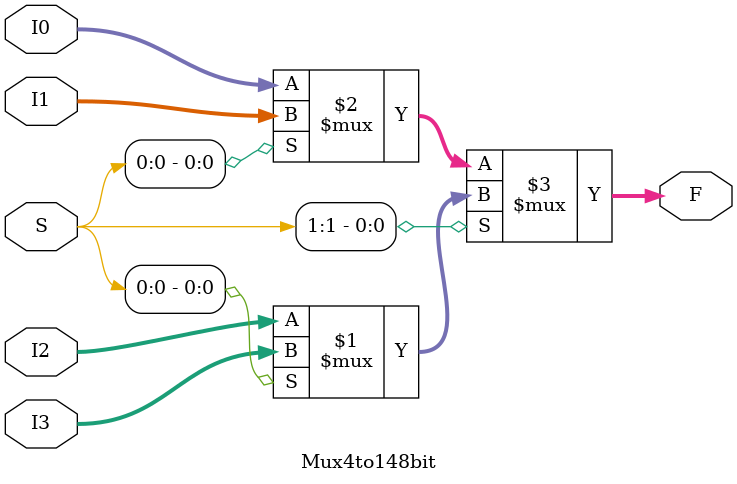
<source format=v>
module ControlUnitIF(ControlWord);

output [46:0] ControlWord;

assign ControlWord = {2'b01,3'b000,3'b000,3'b000,5'b00000,1'b0,1'b0,1'b1,1'b0,1'b0,2'b00,1'b1,1'b0,1'b0,1'b0,1'b0,1'b0,1'b1,16'b0,1'b0};

//assign ControlWord = {2'b00,3'bxxx,3'bxxx,3'bxxx,5'bxxxxx,1'b0,1'b0,1'b1,1'b0,1'b1,2'b10,1'b0,1'b0,1'b0,1'b1,1'b0,1'b0,1'b0,16'd12,1'b0};


//This is JUMP to test if this BULLSHIT
//assign ControlWord = {2'b00,3'd4,3'bxxx,3'bxxx,5'bxxxxx,1'b0,1'bx,1'b1,1'bx,1'b0,2'b10,1'b0,1'b1,1'bx,1'b1,1'b0,1'b0,1'b1,16'bx,1'b0};

endmodule

module Mux4to148bit(F, S, I0, I1, I2, I3);
	parameter N = 47;
	input [N-1:0]I0, I1, I2, I3;
	input [1:0]S;
	output [N-1:0]F;
	
	assign F = S[1] ? (S[0] ? I3 : I2) : (S[0] ? I1 : I0);
	
endmodule




</source>
